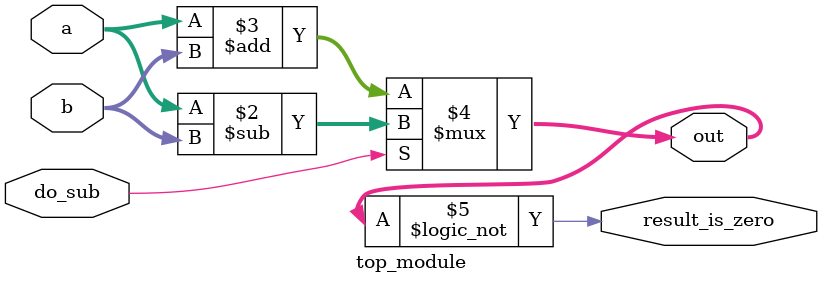
<source format=v>

module top_module ( 
    input do_sub,
    input [7:0] a,
    input [7:0] b,
    output reg [7:0] out,
    output reg result_is_zero
);//
   always @(*) begin
    out = do_sub ? a - b : a + b;
    result_is_zero = !out;
end
endmodule

</source>
